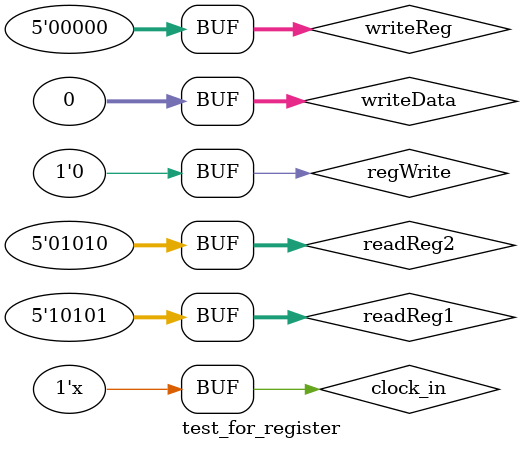
<source format=v>
`timescale 1ns / 1ps


module test_for_register;

	// Inputs
	reg clock_in;
	reg [25:21] readReg1;
	reg [20:16] readReg2;
	reg [4:0] writeReg;
	reg regWrite;
	reg [31:0] writeData;

	// Outputs
	wire [31:0] readData1;
	wire [31:0] readData2;

	// Instantiate the Unit Under Test (UUT)
	register uut (
		.clock_in(clock_in), 
		.readReg1(readReg1), 
		.readReg2(readReg2), 
		.writeReg(writeReg), 
		.regWrite(regWrite), 
		.writeData(writeData), 
		.readData1(readData1), 
		.readData2(readData2)
	);   
	always 
	     begin 
		   #100; 
			clock_in=~clock_in;
        end	 
	initial begin
		// Initialize Inputs
		clock_in = 0;
		readReg1 = 0;
		readReg2 = 0;
		writeReg = 0;
		regWrite = 0;
		writeData = 0;


  	// Wait 100 ns for global reset to finish
	   #100;
		clock_in = 0;
		readReg1 = 0;
		readReg2 = 0;
		writeReg = 0;
		regWrite = 0;
		writeData = 0;
		#285;
      regWrite = 1'b1;
      writeReg = 21;
      writeData = 4294901760;

      #200;
      writeReg = 10;
      writeData = 65535;
      
      #200;
      regWrite = 1'b0;
      writeReg = 5'b00000;
      writeData = 32'b00000000000000000000000000000000;

      #50;
      readReg1 = 21;
      readReg2 = 10;		
		// Add stimulus here
	end
   
endmodule


</source>
